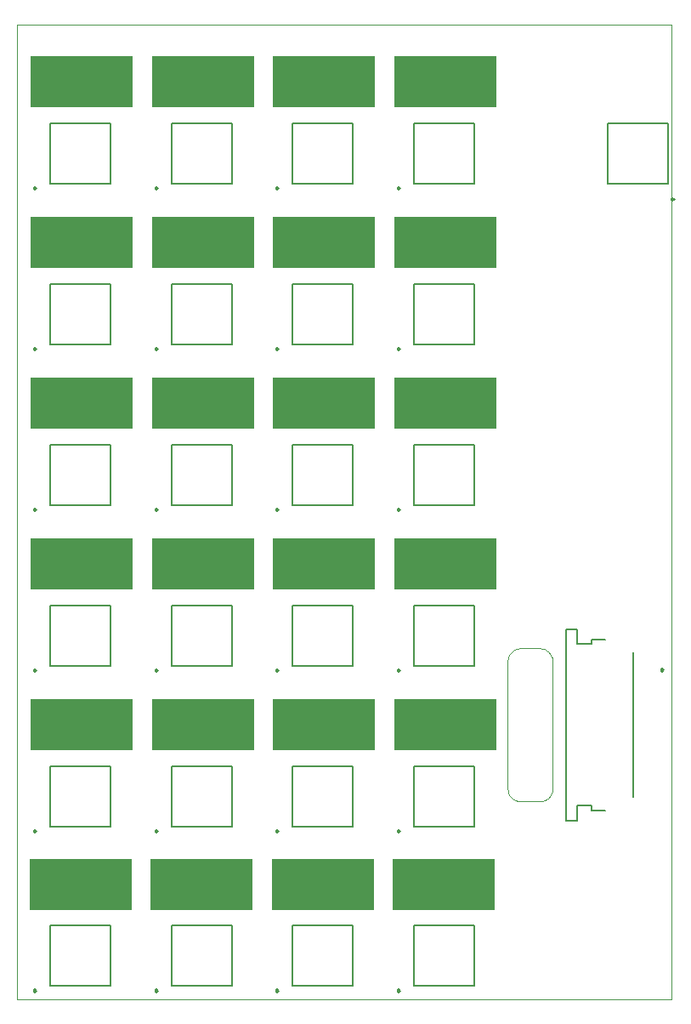
<source format=gto>
G04*
G04 #@! TF.GenerationSoftware,Altium Limited,CircuitStudio,1.5.2 (30)*
G04*
G04 Layer_Color=15065295*
%FSLAX25Y25*%
%MOIN*%
G70*
G01*
G75*
%ADD15C,0.00300*%
%ADD17C,0.00984*%
%ADD18C,0.00787*%
%ADD19R,0.40000X0.20000*%
D15*
X118Y382008D02*
X0Y381890D01*
X205043Y77457D02*
X206019Y77553D01*
X206957Y77838D01*
X207821Y78299D01*
X208579Y78921D01*
X209201Y79679D01*
X209663Y80543D01*
X209947Y81481D01*
X210043Y82457D01*
Y132522D02*
X209947Y133497D01*
X209663Y134435D01*
X209201Y135299D01*
X208579Y136057D01*
X207821Y136679D01*
X206957Y137141D01*
X206019Y137425D01*
X205043Y137522D01*
X197478D02*
X196503Y137425D01*
X195565Y137141D01*
X194701Y136679D01*
X193943Y136057D01*
X193321Y135299D01*
X192859Y134435D01*
X192575Y133497D01*
X192478Y132522D01*
Y82457D02*
X192575Y81481D01*
X192859Y80543D01*
X193321Y79679D01*
X193943Y78921D01*
X194701Y78299D01*
X195565Y77838D01*
X196503Y77553D01*
X197478Y77457D01*
X205043D02*
X205043D01*
X0Y0D02*
Y382008D01*
X256693D01*
X0Y0D02*
X256693D01*
X256693Y0D02*
Y382008D01*
X205000Y77457D02*
X205043D01*
X210043Y82457D02*
Y132522D01*
X197478Y137522D02*
X205043D01*
X192478Y82457D02*
Y132522D01*
X197478Y77457D02*
X205043D01*
D17*
X257567Y313551D02*
X256829Y313977D01*
Y313125D01*
X257567Y313551D01*
X7543Y317925D02*
X6805Y318351D01*
Y317499D01*
X7543Y317925D01*
X55043D02*
X54305Y318351D01*
Y317499D01*
X55043Y317925D01*
X102543D02*
X101805Y318351D01*
Y317499D01*
X102543Y317925D01*
X150043D02*
X149305Y318351D01*
Y317499D01*
X150043Y317925D01*
X7543Y254925D02*
X6805Y255351D01*
Y254499D01*
X7543Y254925D01*
X55043D02*
X54305Y255351D01*
Y254499D01*
X55043Y254925D01*
X102543D02*
X101805Y255351D01*
Y254499D01*
X102543Y254925D01*
X150043D02*
X149305Y255351D01*
Y254499D01*
X150043Y254925D01*
X7543Y191925D02*
X6805Y192351D01*
Y191499D01*
X7543Y191925D01*
X55043D02*
X54305Y192351D01*
Y191499D01*
X55043Y191925D01*
X102543D02*
X101805Y192351D01*
Y191499D01*
X102543Y191925D01*
X150043D02*
X149305Y192351D01*
Y191499D01*
X150043Y191925D01*
X7543Y128925D02*
X6805Y129351D01*
Y128499D01*
X7543Y128925D01*
X55043D02*
X54305Y129351D01*
Y128499D01*
X55043Y128925D01*
X102543D02*
X101805Y129351D01*
Y128499D01*
X102543Y128925D01*
X150043D02*
X149305Y129351D01*
Y128499D01*
X150043Y128925D01*
X7543Y65925D02*
X6805Y66351D01*
Y65499D01*
X7543Y65925D01*
X55043D02*
X54305Y66351D01*
Y65499D01*
X55043Y65925D01*
X102543D02*
X101805Y66351D01*
Y65499D01*
X102543Y65925D01*
X150043D02*
X149305Y66351D01*
Y65499D01*
X150043Y65925D01*
X7543Y3425D02*
X6805Y3851D01*
Y2999D01*
X7543Y3425D01*
X55043D02*
X54305Y3851D01*
Y2999D01*
X55043Y3425D01*
X102543D02*
X101805Y3851D01*
Y2999D01*
X102543Y3425D01*
X150043D02*
X149305Y3851D01*
Y2999D01*
X150043Y3425D01*
X253524Y129154D02*
X252785Y129580D01*
Y128727D01*
X253524Y129154D01*
D18*
X231689Y319689D02*
Y343311D01*
X255311D01*
Y319689D02*
Y343311D01*
X231689Y319689D02*
X255311D01*
X13189Y343311D02*
X36811D01*
Y319689D02*
Y343311D01*
X13189Y319689D02*
X36811D01*
X13189D02*
Y343311D01*
X60689D02*
X84311D01*
Y319689D02*
Y343311D01*
X60689Y319689D02*
X84311D01*
X60689D02*
Y343311D01*
X108189D02*
X131811D01*
Y319689D02*
Y343311D01*
X108189Y319689D02*
X131811D01*
X108189D02*
Y343311D01*
X155689D02*
X179311D01*
Y319689D02*
Y343311D01*
X155689Y319689D02*
X179311D01*
X155689D02*
Y343311D01*
X13189Y280311D02*
X36811D01*
Y256689D02*
Y280311D01*
X13189Y256689D02*
X36811D01*
X13189D02*
Y280311D01*
X60689D02*
X84311D01*
Y256689D02*
Y280311D01*
X60689Y256689D02*
X84311D01*
X60689D02*
Y280311D01*
X108189D02*
X131811D01*
Y256689D02*
Y280311D01*
X108189Y256689D02*
X131811D01*
X108189D02*
Y280311D01*
X155689D02*
X179311D01*
Y256689D02*
Y280311D01*
X155689Y256689D02*
X179311D01*
X155689D02*
Y280311D01*
X13189Y217311D02*
X36811D01*
Y193689D02*
Y217311D01*
X13189Y193689D02*
X36811D01*
X13189D02*
Y217311D01*
X60689D02*
X84311D01*
Y193689D02*
Y217311D01*
X60689Y193689D02*
X84311D01*
X60689D02*
Y217311D01*
X108189D02*
X131811D01*
Y193689D02*
Y217311D01*
X108189Y193689D02*
X131811D01*
X108189D02*
Y217311D01*
X155689D02*
X179311D01*
Y193689D02*
Y217311D01*
X155689Y193689D02*
X179311D01*
X155689D02*
Y217311D01*
X13189Y154311D02*
X36811D01*
Y130689D02*
Y154311D01*
X13189Y130689D02*
X36811D01*
X13189D02*
Y154311D01*
X60689D02*
X84311D01*
Y130689D02*
Y154311D01*
X60689Y130689D02*
X84311D01*
X60689D02*
Y154311D01*
X108189D02*
X131811D01*
Y130689D02*
Y154311D01*
X108189Y130689D02*
X131811D01*
X108189D02*
Y154311D01*
X155689D02*
X179311D01*
Y130689D02*
Y154311D01*
X155689Y130689D02*
X179311D01*
X155689D02*
Y154311D01*
X13189Y91311D02*
X36811D01*
Y67689D02*
Y91311D01*
X13189Y67689D02*
X36811D01*
X13189D02*
Y91311D01*
X60689D02*
X84311D01*
Y67689D02*
Y91311D01*
X60689Y67689D02*
X84311D01*
X60689D02*
Y91311D01*
X108189D02*
X131811D01*
Y67689D02*
Y91311D01*
X108189Y67689D02*
X131811D01*
X108189D02*
Y91311D01*
X155689D02*
X179311D01*
Y67689D02*
Y91311D01*
X155689Y67689D02*
X179311D01*
X155689D02*
Y91311D01*
X13189Y28811D02*
X36811D01*
Y5189D02*
Y28811D01*
X13189Y5189D02*
X36811D01*
X13189D02*
Y28811D01*
X60689D02*
X84311D01*
Y5189D02*
Y28811D01*
X60689Y5189D02*
X84311D01*
X60689D02*
Y28811D01*
X108189D02*
X131811D01*
Y5189D02*
Y28811D01*
X108189Y5189D02*
X131811D01*
X108189D02*
Y28811D01*
X155689D02*
X179311D01*
Y5189D02*
Y28811D01*
X155689Y5189D02*
X179311D01*
X155689D02*
Y28811D01*
X225276Y140965D02*
X230787D01*
X225276Y139193D02*
Y140965D01*
X219764Y139193D02*
X225276D01*
X219764D02*
Y144902D01*
X215433D02*
X219764D01*
X225276Y74035D02*
X230787D01*
X225276D02*
Y75807D01*
X219764D02*
X225276D01*
X219764Y70098D02*
Y75807D01*
X215433Y70098D02*
X219764D01*
X241811Y79154D02*
Y135846D01*
X215433Y70098D02*
Y144902D01*
D19*
X25500Y107500D02*
D03*
X168000D02*
D03*
X120500D02*
D03*
X73000D02*
D03*
X25500Y170500D02*
D03*
X168000D02*
D03*
X120500D02*
D03*
X73000D02*
D03*
X25500Y233500D02*
D03*
X168000D02*
D03*
X120500D02*
D03*
X73000D02*
D03*
X25500Y296500D02*
D03*
X168000D02*
D03*
X120500D02*
D03*
X73000D02*
D03*
Y359500D02*
D03*
X120500D02*
D03*
X168000D02*
D03*
X25500D02*
D03*
X167500Y45000D02*
D03*
X120000D02*
D03*
X72500D02*
D03*
X25000D02*
D03*
M02*

</source>
